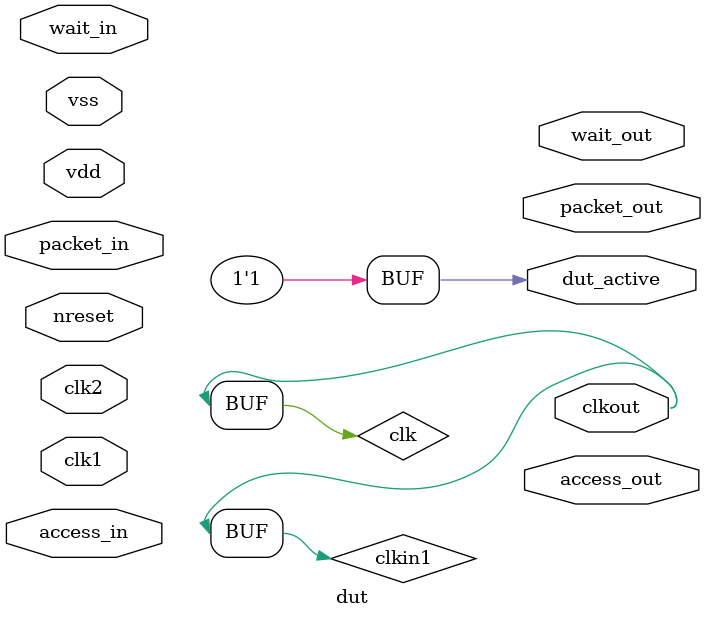
<source format=v>

module dut(/*AUTOARG*/
   // Outputs
   dut_active, clkout, wait_out, access_out, packet_out,
   // Inputs
   clk1, clk2, nreset, vdd, vss, access_in, packet_in, wait_in
   );

   //parameters
   parameter N  = 1;
   parameter PW = 104;
      
   //clock, reset
   input             clk1;
   input             clk2;
   input             nreset;
   input [N*N-1:0]   vdd;
   input 	     vss;
   output 	     dut_active;
   output 	     clkout;
   
   //Stimulus Driven Transaction
   input [N-1:0]     access_in;
   input [N*PW-1:0]  packet_in;
   output [N-1:0]    wait_out;

   //DUT driven transactoin
   output [N-1:0]    access_out;
   output [N*PW-1:0] packet_out;
   input [N-1:0]     wait_in;

   assign dut_active = 1'b1;
   assign clkout     = clkin1;
   assign clk        = clkin1;
       
endmodule // dut



</source>
